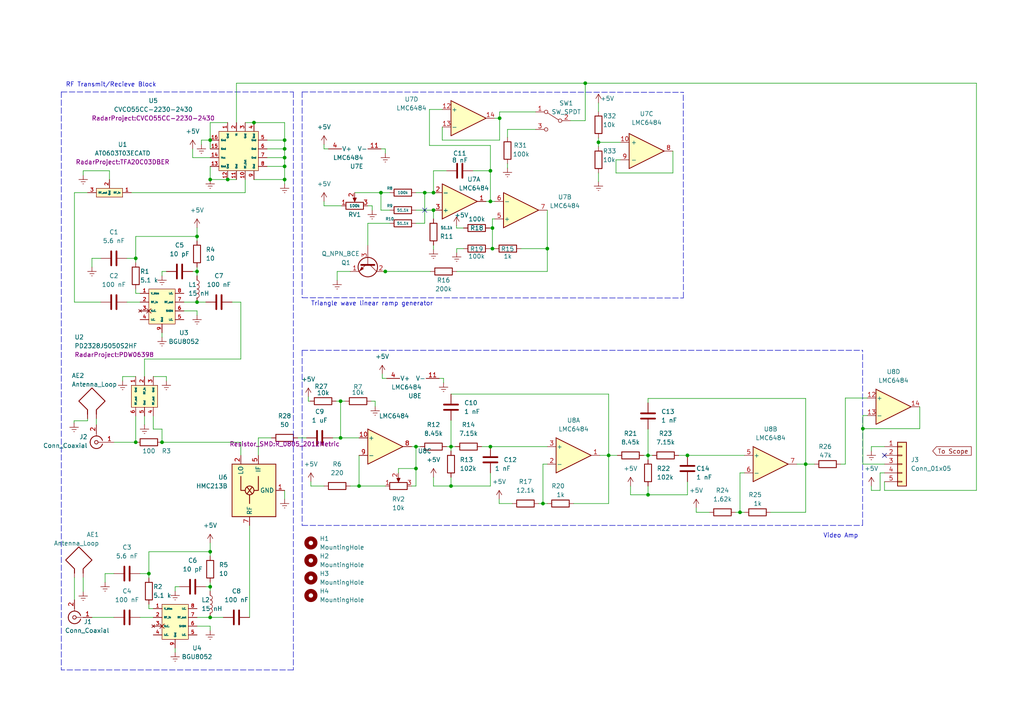
<source format=kicad_sch>
(kicad_sch (version 20211123) (generator eeschema)
  (paper "A4")
  (lib_symbols
    (symbol "Amplifier_Operational:LMC6484" (pin_names (offset 0.127))
      (property "Reference" "U" (at 0 5.08 0))
      (property "Value" "LMC6484" (at 0 -5.08 0))
      (symbol "LMC6484_1_1"
        (pin output line (at 7.62 0 180) (length 2.54) (name "~") (number "1"))
        (pin input line (at -7.62 -2.54 0) (length 2.54) (name "-") (number "2"))
        (pin input line (at -7.62 2.54 0) (length 2.54) (name "+") (number "3"))
      )
      (symbol "LMC6484_2_1"
        (pin input line (at -7.62 2.54 0) (length 2.54) (name "+") (number "5"))
        (pin input line (at -7.62 -2.54 0) (length 2.54) (name "-") (number "6"))
        (pin output line (at 7.62 0 180) (length 2.54) (name "~") (number "7"))
      )
      (symbol "LMC6484_3_1"
        (pin input line (at -7.62 2.54 0) (length 2.54) (name "+") (number "10"))
        (pin output line (at 7.62 0 180) (length 2.54) (name "~") (number "8"))
        (pin input line (at -7.62 -2.54 0) (length 2.54) (name "-") (number "9"))
      )
      (symbol "LMC6484_4_1"
        (pin input line (at -7.62 2.54 0) (length 2.54) (name "+") (number "12"))
        (pin input line (at -7.62 -2.54 0) (length 2.54) (name "-") (number "13"))
        (pin output line (at 7.62 0 180) (length 2.54) (name "~") (number "14"))
      )
      (symbol "LMC6484_5_1"
        (pin power_in line (at -2.54 -7.62 90) (length 3.81) (name "V-") (number "11"))
        (pin power_in line (at -2.54 7.62 270) (length 3.81) (name "V+") (number "4"))
      )
    )
    (symbol "Connector:Conn_Coaxial" (pin_names (offset 1.016) hide)
      (property "Reference" "J" (at 0.254 3.048 0))
      (property "Value" "Conn_Coaxial" (at 2.921 0 90))
      (symbol "Conn_Coaxial_1_1"
        (pin passive line (at -5.08 0 0) (length 2.54) (name "In") (number "1"))
        (pin passive line (at 0 -5.08 90) (length 2.54) (name "Ext") (number "2"))
      )
    )
    (symbol "Connector_Generic:Conn_01x05" (pin_names (offset 1.016) hide)
      (property "Reference" "J" (at 0 7.62 0))
      (property "Value" "Conn_01x05" (at 0 -7.62 0))
      (symbol "Conn_01x05_1_1"
        (pin passive line (at -5.08 5.08 0) (length 3.81) (name "Pin_1") (number "1"))
        (pin passive line (at -5.08 2.54 0) (length 3.81) (name "Pin_2") (number "2"))
        (pin passive line (at -5.08 0 0) (length 3.81) (name "Pin_3") (number "3"))
        (pin passive line (at -5.08 -2.54 0) (length 3.81) (name "Pin_4") (number "4"))
        (pin passive line (at -5.08 -5.08 0) (length 3.81) (name "Pin_5") (number "5"))
      )
    )
    (symbol "Device:Antenna_Loop" (pin_numbers hide) (pin_names (offset 1.016) hide)
      (property "Reference" "AE" (at 1.27 6.35 0))
      (property "Value" "Antenna_Loop" (at 1.27 5.08 0))
      (symbol "Antenna_Loop_1_1"
        (pin input line (at 0 -5.08 90) (length 2.54) (name "~") (number "1"))
        (pin input line (at 2.54 -5.08 90) (length 2.54) (name "~") (number "2"))
      )
    )
    (symbol "Device:C" (pin_numbers hide) (pin_names (offset 0.254))
      (property "Reference" "C" (at 0.635 2.54 0))
      (property "Value" "C" (at 0.635 -2.54 0))
      (symbol "C_1_1"
        (pin passive line (at 0 3.81 270) (length 2.794) (name "~") (number "1"))
        (pin passive line (at 0 -3.81 90) (length 2.794) (name "~") (number "2"))
      )
    )
    (symbol "Device:L" (pin_numbers hide) (pin_names (offset 1.016) hide)
      (property "Reference" "L" (at -1.27 0 90))
      (property "Value" "L" (at 1.905 0 90))
      (symbol "L_1_1"
        (pin passive line (at 0 3.81 270) (length 1.27) (name "1") (number "1"))
        (pin passive line (at 0 -3.81 90) (length 1.27) (name "2") (number "2"))
      )
    )
    (symbol "Device:Opamp_Quad"
      (property "Reference" "U" (at 0 5.08 0))
      (property "Value" "Opamp_Quad" (at 0 -5.08 0))
      (symbol "Opamp_Quad_1_1"
        (pin output line (at 7.62 0 180) (length 2.54) (name "~") (number "1"))
        (pin input line (at -7.62 -2.54 0) (length 2.54) (name "-") (number "2"))
        (pin input line (at -7.62 2.54 0) (length 2.54) (name "+") (number "3"))
      )
      (symbol "Opamp_Quad_2_1"
        (pin input line (at -7.62 2.54 0) (length 2.54) (name "+") (number "5"))
        (pin input line (at -7.62 -2.54 0) (length 2.54) (name "-") (number "6"))
        (pin output line (at 7.62 0 180) (length 2.54) (name "~") (number "7"))
      )
      (symbol "Opamp_Quad_3_1"
        (pin input line (at -7.62 2.54 0) (length 2.54) (name "+") (number "10"))
        (pin output line (at 7.62 0 180) (length 2.54) (name "~") (number "8"))
        (pin input line (at -7.62 -2.54 0) (length 2.54) (name "-") (number "9"))
      )
      (symbol "Opamp_Quad_4_1"
        (pin input line (at -7.62 2.54 0) (length 2.54) (name "+") (number "12"))
        (pin input line (at -7.62 -2.54 0) (length 2.54) (name "-") (number "13"))
        (pin output line (at 7.62 0 180) (length 2.54) (name "~") (number "14"))
      )
      (symbol "Opamp_Quad_5_1"
        (pin power_in line (at -2.54 -7.62 90) (length 3.81) (name "V-") (number "11"))
        (pin power_in line (at -2.54 7.62 270) (length 3.81) (name "V+") (number "4"))
      )
    )
    (symbol "Device:Q_NPN_BCE" (pin_names (offset 0) hide)
      (property "Reference" "Q1" (at 0 -6.35 90))
      (property "Value" "Q_NPN_BCE" (at 0 -8.89 90))
      (symbol "Q_NPN_BCE_1_1"
        (pin passive line (at 2.54 -5.08 90) (length 2.54) (name "E") (number "1"))
        (pin passive line (at 2.54 5.08 270) (length 2.54) (name "C") (number "2"))
        (pin input line (at -5.08 0 0) (length 5.715) (name "B") (number "3"))
      )
    )
    (symbol "Device:R" (pin_numbers hide) (pin_names (offset 0))
      (property "Reference" "R" (at 2.032 0 90))
      (property "Value" "R" (at 0 0 90))
      (symbol "R_1_1"
        (pin passive line (at 0 3.81 270) (length 1.27) (name "~") (number "1"))
        (pin passive line (at 0 -3.81 90) (length 1.27) (name "~") (number "2"))
      )
    )
    (symbol "Device:R_Potentiometer" (pin_names (offset 1.016) hide)
      (property "Reference" "RV" (at -4.445 0 90))
      (property "Value" "R_Potentiometer" (at -2.54 0 90))
      (symbol "R_Potentiometer_1_1"
        (pin passive line (at 0 3.81 270) (length 1.27) (name "1") (number "1"))
        (pin passive line (at 3.81 0 180) (length 1.27) (name "2") (number "2"))
        (pin passive line (at 0 -3.81 90) (length 1.27) (name "3") (number "3"))
      )
    )
    (symbol "Mechanical:MountingHole" (pin_names (offset 1.016))
      (property "Reference" "H" (at 0 5.08 0))
      (property "Value" "MountingHole" (at 0 3.175 0))
    )
    (symbol "RF_Mixer:HMC213B"
      (property "Reference" "U" (at -6.35 8.89 0))
      (property "Value" "HMC213B" (at 5.08 8.89 0))
      (symbol "HMC213B_1_1"
        (pin power_in line (at 0 -7.62 90) (length 2.54) (name "GND") (number "1"))
        (pin passive line (at -10.16 5.08 0) (length 2.54) (name "LO") (number "2"))
        (pin passive line (at 0 -7.62 90) (length 2.54) hide (name "GND") (number "3"))
        (pin no_connect line (at 5.08 -5.08 90) (length 2.54) hide (name "NC") (number "4"))
        (pin passive line (at -10.16 0 0) (length 2.54) (name "IF") (number "5"))
        (pin passive line (at 0 -7.62 90) (length 2.54) hide (name "GND") (number "6"))
        (pin passive line (at 10.16 2.54 180) (length 2.54) (name "RF") (number "7"))
        (pin passive line (at 0 -7.62 90) (length 2.54) hide (name "GND") (number "8"))
      )
    )
    (symbol "RadarProject:AT0603T03ECATD"
      (property "Reference" "U" (at 0 5.08 0))
      (property "Value" "AT0603T03ECATD" (at 0 7.62 0))
      (property "Footprint" "RadarProject:TFA20C03DBER" (at 0 10.16 0))
      (symbol "AT0603T03ECATD_1_1"
        (pin input line (at -2.54 -1.27 0) (length 2.54) (name "RF_in") (number "1"))
        (pin power_in line (at 3.81 -5.08 90) (length 2.54) (name "Gnd") (number "2"))
        (pin output line (at 10.16 -1.27 180) (length 2.54) (name "RF_out") (number "3"))
      )
    )
    (symbol "RadarProject:BGU8052"
      (property "Reference" "U" (at 0 5.08 0))
      (property "Value" "BGU8052" (at 0 7.62 0))
      (symbol "BGU8052_1_1"
        (pin input line (at -2.54 -1.27 0) (length 2.54) (name "V_bias") (number "1"))
        (pin input line (at -2.54 -3.81 0) (length 2.54) (name "RF_in") (number "2"))
        (pin no_connect non_logic (at -2.54 -6.35 0) (length 2.54) (name "N.C.") (number "3"))
        (pin free line (at -2.54 -8.89 0) (length 2.54) (name "I.C.") (number "4"))
        (pin free line (at 10.16 -8.89 180) (length 2.54) (name "I.C.") (number "5"))
        (pin input line (at 10.16 -6.35 180) (length 2.54) (name "SHDN") (number "6"))
        (pin output line (at 10.16 -3.81 180) (length 2.54) (name "RF_out") (number "7"))
        (pin free line (at 10.16 -1.27 180) (length 2.54) (name "I.C.") (number "8"))
        (pin power_in line (at 3.81 -12.7 90) (length 2.54) (name "Gnd") (number "9"))
      )
    )
    (symbol "RadarProject:CVCO55CC-2230-2430"
      (property "Reference" "U" (at 0 11.43 0))
      (property "Value" "CVCO55CC-2230-2430" (at 0 13.97 0))
      (property "Footprint" "RadarProject:CVCO55CC-2230-2430" (at 0 16.51 0))
      (symbol "CVCO55CC-2230-2430_1_1"
        (pin power_in line (at 2.54 2.54 270) (length 2.54) (name "Gnd") (number "1"))
        (pin output line (at 7.62 -13.97 90) (length 2.54) (name "RF_Out") (number "10"))
        (pin power_in line (at 5.08 -13.97 90) (length 2.54) (name "Gnd") (number "11"))
        (pin power_in line (at 2.54 -13.97 90) (length 2.54) (name "Gnd") (number "12"))
        (pin power_in line (at -2.54 -10.16 0) (length 2.54) (name "Gnd") (number "13"))
        (pin power_in line (at -2.54 -7.62 0) (length 2.54) (name "Vcc") (number "14"))
        (pin power_in line (at -2.54 -5.08 0) (length 2.54) (name "Gnd") (number "15"))
        (pin power_in line (at -2.54 -2.54 0) (length 2.54) (name "Gnd") (number "16"))
        (pin input line (at 5.08 2.54 270) (length 2.54) (name "Vt") (number "2"))
        (pin power_in line (at 7.62 2.54 270) (length 2.54) (name "Gnd") (number "3"))
        (pin power_in line (at 10.16 2.54 270) (length 2.54) (name "Gnd") (number "4"))
        (pin power_in line (at 13.97 -2.54 180) (length 2.54) (name "Gnd") (number "5"))
        (pin power_in line (at 13.97 -5.08 180) (length 2.54) (name "Gnd") (number "6"))
        (pin power_in line (at 13.97 -7.62 180) (length 2.54) (name "Gnd") (number "7"))
        (pin power_in line (at 13.97 -10.16 180) (length 2.54) (name "") (number "8"))
        (pin power_in line (at 10.16 -13.97 90) (length 2.54) (name "Gnd") (number "9"))
      )
    )
    (symbol "RadarProject:PD2328J5050S2HF"
      (property "Reference" "U" (at 0 16.51 0))
      (property "Value" "PD2328J5050S2HF" (at 0 19.05 0))
      (property "Footprint" "RadarProject:PDW06398" (at 0 21.59 0))
      (symbol "PD2328J5050S2HF_1_1"
        (pin power_in line (at 1.27 2.54 270) (length 2.54) (name "Gnd") (number "1"))
        (pin input line (at 3.81 2.54 270) (length 2.54) (name "RF_in") (number "2"))
        (pin power_in line (at 6.35 2.54 270) (length 2.54) (name "Gnd") (number "3"))
        (pin output line (at 6.35 -8.89 90) (length 2.54) (name "RF_out") (number "4"))
        (pin power_in line (at 3.81 -8.89 90) (length 2.54) (name "Gnd") (number "5"))
        (pin output line (at 1.27 -8.89 90) (length 2.54) (name "RF_out") (number "6"))
      )
    )
    (symbol "Switch:SW_SPDT" (pin_names (offset 0) hide)
      (property "Reference" "SW" (at 0 4.318 0))
      (property "Value" "SW_SPDT" (at 0 -5.08 0))
      (symbol "SW_SPDT_1_1"
        (pin passive line (at 5.08 2.54 180) (length 2.54) (name "A") (number "1"))
        (pin passive line (at -5.08 0 0) (length 2.54) (name "B") (number "2"))
        (pin passive line (at 5.08 -2.54 180) (length 2.54) (name "C") (number "3"))
      )
    )
    (symbol "power:+5V" (power) (pin_names (offset 0))
      (property "Value" "+5V" (at 0 3.556 0))
      (symbol "+5V_1_1"
        (pin power_in line (at 0 0 90) (length 0) hide (name "+5V") (number "1"))
      )
    )
    (symbol "power:Earth" (power) (pin_names (offset 0))
      (symbol "Earth_1_1"
        (pin power_in line (at 0 0 270) (length 0) hide (name "Earth") (number "1"))
      )
    )
  )
  (junction (at 187.96 132.08))
  (junction (at 60.96 170.18))
  (junction (at 142.8242 72.1106))
  (junction (at 60.96 179.07))
  (junction (at 142.24 129.54))
  (junction (at 46.99 128.27))
  (junction (at 60.96 160.02))
  (junction (at 158.75 72.1106))
  (junction (at 176.53 132.08))
  (junction (at 233.68 134.62))
  (junction (at 169.7482 24.13))
  (junction (at 123.19 55.88))
  (junction (at 157.48 146.05))
  (junction (at 57.15 78.74))
  (junction (at 130.81 129.54))
  (junction (at 187.96 143.51))
  (junction (at 144.907 34.29))
  (junction (at 110.49 55.88))
  (junction (at 82.55 45.72))
  (junction (at 57.15 68.58))
  (junction (at 82.55 43.18))
  (junction (at 66.04 52.07))
  (junction (at 98.7812 116.3574))
  (junction (at 214.63 148.59))
  (junction (at 142.8242 66.1416))
  (junction (at 125.73 55.88))
  (junction (at 125.73 60.96))
  (junction (at 142.24 58.42))
  (junction (at 142.24 49.53))
  (junction (at 73.66 35.56))
  (junction (at 199.39 132.08))
  (junction (at 120.65 135.89))
  (junction (at 111.76 78.74))
  (junction (at 57.15 87.63))
  (junction (at 130.81 140.97))
  (junction (at 173.5836 41.275))
  (junction (at 39.37 128.27))
  (junction (at 120.65 129.54))
  (junction (at 43.18 166.37))
  (junction (at 39.37 74.93))
  (junction (at 98.7812 127))
  (junction (at 82.55 52.07))
  (junction (at 250.2662 124.333))
  (junction (at 82.55 48.26))
  (junction (at 60.96 52.07))
  (junction (at 82.55 40.64))
  (junction (at 104.14 140.97))
  (junction (at 60.96 40.64))
  (no_connect (at 123.19 60.96))
  (no_connect (at 256.54 132.08))
  (wire (pts (xy 173.99 132.08) (xy 176.53 132.08)))
  (wire (pts (xy 46.99 78.74) (xy 48.26 78.74)))
  (wire (pts (xy 39.37 83.82) (xy 39.37 85.09)))
  (wire (pts (xy 129.54 49.53) (xy 125.73 49.53)))
  (wire (pts (xy 128.651 109.7534) (xy 127.381 109.7534)))
  (wire (pts (xy 46.99 80.01) (xy 46.99 78.74)))
  (wire (pts (xy 27.94 121.412) (xy 27.94 123.19)))
  (wire (pts (xy 96.52 127) (xy 98.7812 127)))
  (wire (pts (xy 169.7482 35.0012) (xy 169.7482 24.13)))
  (wire (pts (xy 111.76 140.97) (xy 104.14 140.97)))
  (wire (pts (xy 25.4 122.047) (xy 21.4884 122.047)))
  (wire (pts (xy 157.48 134.62) (xy 158.75 134.62)))
  (wire (pts (xy 130.81 129.54) (xy 132.08 129.54)))
  (wire (pts (xy 59.69 170.18) (xy 60.96 170.18)))
  (wire (pts (xy 21.4884 122.047) (xy 21.4884 122.6566)))
  (polyline (pts (xy 85.09 26.67) (xy 85.09 194.31)))
  (wire (pts (xy 57.15 68.58) (xy 39.37 68.58)))
  (wire (pts (xy 128.27 36.83) (xy 128.27 40.64)))
  (wire (pts (xy 33.02 128.27) (xy 39.37 128.27)))
  (wire (pts (xy 93.98 140.97) (xy 90.17 140.97)))
  (wire (pts (xy 144.907 32.4612) (xy 144.907 34.29)))
  (wire (pts (xy 39.37 120.65) (xy 39.37 128.27)))
  (wire (pts (xy 130.81 114.3) (xy 176.53 114.3)))
  (wire (pts (xy 97.5106 116.3574) (xy 98.7812 116.3574)))
  (wire (pts (xy 68.58 24.13) (xy 68.58 35.56)))
  (wire (pts (xy 60.96 160.02) (xy 43.18 160.02)))
  (wire (pts (xy 111.76 43.18) (xy 110.49 43.18)))
  (wire (pts (xy 24.13 49.53) (xy 31.75 49.53)))
  (wire (pts (xy 44.45 124.46) (xy 46.99 124.46)))
  (wire (pts (xy 155.3464 37.5412) (xy 147.193 37.5412)))
  (wire (pts (xy 199.39 132.08) (xy 215.9 132.08)))
  (wire (pts (xy 142.24 137.16) (xy 142.24 140.97)))
  (wire (pts (xy 82.55 35.56) (xy 82.55 40.64)))
  (wire (pts (xy 124.5616 42.1894) (xy 142.24 42.1894)))
  (wire (pts (xy 132.461 72.1106) (xy 132.461 73.2536)))
  (wire (pts (xy 173.5836 29.845) (xy 173.5836 32.385)))
  (wire (pts (xy 139.7 129.54) (xy 142.24 129.54)))
  (wire (pts (xy 60.96 45.72) (xy 55.88 45.72)))
  (wire (pts (xy 93.98 41.91) (xy 93.98 43.18)))
  (wire (pts (xy 82.55 40.64) (xy 82.55 43.18)))
  (wire (pts (xy 123.19 64.77) (xy 123.19 55.88)))
  (wire (pts (xy 132.461 78.74) (xy 158.75 78.74)))
  (wire (pts (xy 58.42 40.64) (xy 60.96 40.64)))
  (wire (pts (xy 60.96 182.88) (xy 60.96 181.61)))
  (wire (pts (xy 77.47 40.64) (xy 82.55 40.64)))
  (wire (pts (xy 67.31 87.63) (xy 69.85 87.63)))
  (wire (pts (xy 201.93 148.59) (xy 201.93 147.32)))
  (wire (pts (xy 173.5836 41.275) (xy 179.9336 41.275)))
  (wire (pts (xy 60.96 48.26) (xy 60.96 52.07)))
  (wire (pts (xy 187.96 143.51) (xy 199.39 143.51)))
  (wire (pts (xy 187.96 143.51) (xy 182.88 143.51)))
  (wire (pts (xy 82.55 45.72) (xy 82.55 48.26)))
  (wire (pts (xy 60.96 168.91) (xy 60.96 170.18)))
  (polyline (pts (xy 87.63 101.6) (xy 87.63 152.4)))
  (wire (pts (xy 57.15 90.17) (xy 53.34 90.17)))
  (wire (pts (xy 90.17 140.97) (xy 90.17 139.7)))
  (wire (pts (xy 199.39 139.7) (xy 199.39 143.51)))
  (wire (pts (xy 113.03 64.77) (xy 106.68 64.77)))
  (wire (pts (xy 213.36 148.59) (xy 214.63 148.59)))
  (wire (pts (xy 102.87 55.88) (xy 110.49 55.88)))
  (wire (pts (xy 24.13 50.8) (xy 24.13 49.53)))
  (wire (pts (xy 39.37 74.93) (xy 39.37 76.2)))
  (wire (pts (xy 36.83 87.63) (xy 40.64 87.63)))
  (wire (pts (xy 205.74 148.59) (xy 201.93 148.59)))
  (wire (pts (xy 57.15 69.85) (xy 57.15 68.58)))
  (wire (pts (xy 255.27 137.16) (xy 255.27 142.24)))
  (wire (pts (xy 110.871 109.7534) (xy 112.141 109.7534)))
  (wire (pts (xy 245.1862 115.443) (xy 251.5362 115.443)))
  (wire (pts (xy 29.21 74.93) (xy 26.67 74.93)))
  (wire (pts (xy 46.99 124.46) (xy 46.99 128.27)))
  (wire (pts (xy 233.68 134.62) (xy 236.22 134.62)))
  (wire (pts (xy 21.59 55.88) (xy 21.59 87.63)))
  (wire (pts (xy 250.2662 120.523) (xy 250.2662 124.333)))
  (wire (pts (xy 142.24 49.53) (xy 142.24 58.42)))
  (wire (pts (xy 71.12 55.88) (xy 38.1 55.88)))
  (wire (pts (xy 77.47 43.18) (xy 82.55 43.18)))
  (wire (pts (xy 113.03 60.96) (xy 110.49 60.96)))
  (wire (pts (xy 195.1736 43.815) (xy 195.1736 50.165)))
  (wire (pts (xy 72.39 152.4) (xy 72.39 179.07)))
  (wire (pts (xy 266.7762 117.983) (xy 266.7762 124.333)))
  (wire (pts (xy 132.4102 66.1416) (xy 134.4422 66.1416)))
  (wire (pts (xy 50.8 187.96) (xy 50.8 189.23)))
  (wire (pts (xy 86.36 127) (xy 88.9 127)))
  (wire (pts (xy 255.27 142.24) (xy 252.73 142.24)))
  (wire (pts (xy 60.96 35.56) (xy 60.96 40.64)))
  (wire (pts (xy 196.85 132.08) (xy 199.39 132.08)))
  (wire (pts (xy 256.54 134.62) (xy 250.2662 134.62)))
  (wire (pts (xy 140.97 58.42) (xy 142.24 58.42)))
  (wire (pts (xy 158.75 60.96) (xy 158.75 72.1106)))
  (wire (pts (xy 21.59 87.63) (xy 29.21 87.63)))
  (wire (pts (xy 108.8136 116.3574) (xy 107.6706 116.3574)))
  (wire (pts (xy 187.96 116.84) (xy 187.96 115.57)))
  (wire (pts (xy 125.73 49.53) (xy 125.73 55.88)))
  (wire (pts (xy 252.73 129.54) (xy 252.73 130.81)))
  (wire (pts (xy 43.18 166.37) (xy 43.18 167.64)))
  (wire (pts (xy 252.73 140.97) (xy 252.73 142.24)))
  (wire (pts (xy 130.81 140.97) (xy 142.24 140.97)))
  (wire (pts (xy 53.34 87.63) (xy 57.15 87.63)))
  (wire (pts (xy 108.8136 117.8814) (xy 108.8136 116.3574)))
  (wire (pts (xy 124.5616 31.75) (xy 124.5616 42.1894)))
  (polyline (pts (xy 87.63 86.36) (xy 198.2216 86.4362)))
  (wire (pts (xy 128.27 40.64) (xy 144.907 40.64)))
  (wire (pts (xy 35.56 110.49) (xy 35.56 109.22)))
  (wire (pts (xy 82.55 48.26) (xy 82.55 52.07)))
  (wire (pts (xy 111.7346 78.74) (xy 111.76 78.74)))
  (polyline (pts (xy 87.63 152.4) (xy 250.19 152.4)))
  (wire (pts (xy 58.42 41.91) (xy 58.42 40.64)))
  (wire (pts (xy 55.88 45.72) (xy 55.88 43.18)))
  (wire (pts (xy 176.53 132.08) (xy 176.53 146.05)))
  (wire (pts (xy 125.73 71.12) (xy 125.73 72.39)))
  (wire (pts (xy 250.2662 124.333) (xy 266.7762 124.333)))
  (wire (pts (xy 186.69 132.08) (xy 187.96 132.08)))
  (wire (pts (xy 143.51 63.5) (xy 142.8242 63.5)))
  (wire (pts (xy 151.1046 72.1106) (xy 158.75 72.1106)))
  (wire (pts (xy 214.63 148.59) (xy 215.9 148.59)))
  (wire (pts (xy 132.4102 65.4558) (xy 132.4102 66.1416)))
  (polyline (pts (xy 87.63 26.67) (xy 198.2724 26.7716)))
  (wire (pts (xy 93.98 58.42) (xy 93.98 59.69)))
  (wire (pts (xy 158.75 72.1106) (xy 158.75 78.74)))
  (polyline (pts (xy 17.78 26.67) (xy 85.09 26.67)))
  (wire (pts (xy 120.65 55.88) (xy 123.19 55.88)))
  (wire (pts (xy 173.5836 40.005) (xy 173.5836 41.275)))
  (wire (pts (xy 111.76 78.74) (xy 124.841 78.74)))
  (wire (pts (xy 106.68 59.69) (xy 107.95 59.69)))
  (wire (pts (xy 173.5836 41.275) (xy 173.5836 42.545)))
  (wire (pts (xy 123.19 55.88) (xy 125.73 55.88)))
  (wire (pts (xy 120.65 140.97) (xy 119.38 140.97)))
  (wire (pts (xy 155.3464 32.4612) (xy 144.907 32.4612)))
  (wire (pts (xy 69.85 132.08) (xy 69.85 128.27)))
  (wire (pts (xy 66.04 52.07) (xy 68.58 52.07)))
  (wire (pts (xy 60.96 170.18) (xy 60.96 171.45)))
  (wire (pts (xy 137.16 49.53) (xy 142.24 49.53)))
  (wire (pts (xy 134.4422 72.1106) (xy 132.461 72.1106)))
  (wire (pts (xy 144.907 34.29) (xy 143.51 34.29)))
  (wire (pts (xy 233.68 115.57) (xy 233.68 134.62)))
  (wire (pts (xy 176.53 132.08) (xy 179.07 132.08)))
  (wire (pts (xy 147.193 47.4726) (xy 147.193 48.7426)))
  (wire (pts (xy 24.13 167.513) (xy 24.13 171.6024)))
  (wire (pts (xy 26.67 74.93) (xy 26.67 77.47)))
  (wire (pts (xy 101.6 78.74) (xy 97.79 78.74)))
  (wire (pts (xy 130.81 121.92) (xy 130.81 129.54)))
  (wire (pts (xy 57.15 179.07) (xy 60.96 179.07)))
  (wire (pts (xy 169.7482 24.13) (xy 283.21 24.13)))
  (wire (pts (xy 60.96 52.07) (xy 66.04 52.07)))
  (wire (pts (xy 187.96 140.97) (xy 187.96 143.51)))
  (wire (pts (xy 43.18 175.26) (xy 43.18 176.53)))
  (wire (pts (xy 33.02 166.37) (xy 30.48 166.37)))
  (wire (pts (xy 82.55 43.18) (xy 82.55 45.72)))
  (polyline (pts (xy 87.63 101.6) (xy 250.19 101.6)))
  (wire (pts (xy 223.52 148.59) (xy 233.68 148.59)))
  (wire (pts (xy 130.81 138.43) (xy 130.81 140.97)))
  (wire (pts (xy 50.8 170.18) (xy 52.07 170.18)))
  (wire (pts (xy 142.0622 72.1106) (xy 142.8242 72.1106)))
  (wire (pts (xy 256.54 139.7) (xy 256.54 142.24)))
  (wire (pts (xy 147.193 37.5412) (xy 147.193 39.8526)))
  (wire (pts (xy 57.15 91.44) (xy 57.15 90.17)))
  (wire (pts (xy 43.18 160.02) (xy 43.18 166.37)))
  (polyline (pts (xy 87.63 26.67) (xy 87.63 86.36)))
  (wire (pts (xy 214.63 137.16) (xy 214.63 148.59)))
  (wire (pts (xy 111.76 43.18) (xy 111.76 44.45)))
  (wire (pts (xy 50.8 171.45) (xy 50.8 170.18)))
  (polyline (pts (xy 198.2216 86.36) (xy 198.1708 26.7716)))
  (wire (pts (xy 182.88 140.97) (xy 182.88 143.51)))
  (wire (pts (xy 187.96 115.57) (xy 233.68 115.57)))
  (wire (pts (xy 179.9336 46.355) (xy 178.6636 46.355)))
  (wire (pts (xy 110.871 108.4834) (xy 110.871 109.7534)))
  (wire (pts (xy 233.68 134.62) (xy 233.68 148.59)))
  (wire (pts (xy 44.45 176.53) (xy 43.18 176.53)))
  (wire (pts (xy 74.93 127) (xy 78.74 127)))
  (wire (pts (xy 35.56 109.22) (xy 39.37 109.22)))
  (wire (pts (xy 40.64 179.07) (xy 44.45 179.07)))
  (polyline (pts (xy 85.09 194.31) (xy 17.78 194.31)))
  (wire (pts (xy 71.12 35.56) (xy 73.66 35.56)))
  (wire (pts (xy 142.24 129.54) (xy 158.75 129.54)))
  (wire (pts (xy 69.85 104.14) (xy 41.91 104.14)))
  (wire (pts (xy 60.96 40.64) (xy 60.96 43.18)))
  (wire (pts (xy 243.84 134.62) (xy 245.1862 134.62)))
  (wire (pts (xy 251.5362 120.523) (xy 250.2662 120.523)))
  (wire (pts (xy 21.59 167.513) (xy 21.59 173.99)))
  (wire (pts (xy 157.48 146.05) (xy 158.75 146.05)))
  (wire (pts (xy 104.14 140.97) (xy 104.14 132.08)))
  (wire (pts (xy 142.24 58.42) (xy 143.51 58.42)))
  (wire (pts (xy 256.54 142.24) (xy 283.21 142.24)))
  (wire (pts (xy 74.93 132.08) (xy 74.93 127)))
  (wire (pts (xy 66.04 35.56) (xy 60.96 35.56)))
  (wire (pts (xy 120.65 135.89) (xy 120.65 140.97)))
  (wire (pts (xy 46.99 96.52) (xy 46.99 97.79)))
  (wire (pts (xy 71.12 52.07) (xy 71.12 55.88)))
  (wire (pts (xy 25.4 55.88) (xy 21.59 55.88)))
  (wire (pts (xy 97.79 78.74) (xy 97.79 81.28)))
  (wire (pts (xy 69.85 128.27) (xy 46.99 128.27)))
  (wire (pts (xy 98.7812 127) (xy 104.14 127)))
  (wire (pts (xy 93.98 59.69) (xy 99.06 59.69)))
  (wire (pts (xy 178.6636 50.165) (xy 195.1736 50.165)))
  (wire (pts (xy 125.73 60.96) (xy 125.73 63.5)))
  (wire (pts (xy 119.38 129.54) (xy 120.65 129.54)))
  (wire (pts (xy 48.26 109.22) (xy 48.26 110.49)))
  (wire (pts (xy 60.96 179.07) (xy 64.77 179.07)))
  (wire (pts (xy 44.45 109.22) (xy 48.26 109.22)))
  (wire (pts (xy 130.81 140.97) (xy 125.73 140.97)))
  (wire (pts (xy 89.4334 116.3574) (xy 89.4334 115.0874)))
  (wire (pts (xy 144.907 34.29) (xy 144.907 40.64)))
  (wire (pts (xy 256.54 129.54) (xy 252.73 129.54)))
  (wire (pts (xy 82.55 48.26) (xy 77.47 48.26)))
  (wire (pts (xy 25.4 121.412) (xy 25.4 122.047)))
  (wire (pts (xy 93.98 43.18) (xy 95.25 43.18)))
  (wire (pts (xy 41.91 120.65) (xy 41.91 123.19)))
  (wire (pts (xy 73.66 35.56) (xy 82.55 35.56)))
  (wire (pts (xy 120.65 60.96) (xy 125.73 60.96)))
  (wire (pts (xy 130.81 129.54) (xy 130.81 130.81)))
  (polyline (pts (xy 250.19 152.4) (xy 250.19 101.6)))
  (wire (pts (xy 82.55 52.07) (xy 82.55 53.34)))
  (wire (pts (xy 250.2662 134.62) (xy 250.2662 124.333)))
  (wire (pts (xy 214.63 137.16) (xy 215.9 137.16)))
  (wire (pts (xy 31.75 49.53) (xy 31.75 52.07)))
  (wire (pts (xy 148.59 146.05) (xy 144.78 146.05)))
  (wire (pts (xy 173.5836 50.165) (xy 173.5836 52.705)))
  (wire (pts (xy 157.48 134.62) (xy 157.48 146.05)))
  (wire (pts (xy 89.8906 116.3574) (xy 89.4334 116.3574)))
  (wire (pts (xy 125.73 138.43) (xy 125.73 140.97)))
  (wire (pts (xy 142.24 42.1894) (xy 142.24 49.53)))
  (wire (pts (xy 142.0622 66.1416) (xy 142.8242 66.1416)))
  (wire (pts (xy 110.49 60.96) (xy 110.49 55.88)))
  (wire (pts (xy 77.47 45.72) (xy 82.55 45.72)))
  (wire (pts (xy 187.96 132.08) (xy 189.23 132.08)))
  (wire (pts (xy 57.15 78.74) (xy 57.15 80.01)))
  (wire (pts (xy 165.5064 35.0012) (xy 169.7482 35.0012)))
  (wire (pts (xy 142.8242 63.5) (xy 142.8242 66.1416)))
  (wire (pts (xy 98.7812 116.3574) (xy 100.0506 116.3574)))
  (wire (pts (xy 283.21 142.24) (xy 283.21 24.13)))
  (wire (pts (xy 60.96 161.29) (xy 60.96 160.02)))
  (wire (pts (xy 101.6 140.97) (xy 104.14 140.97)))
  (wire (pts (xy 110.49 55.88) (xy 113.03 55.88)))
  (wire (pts (xy 73.66 52.07) (xy 82.55 52.07)))
  (wire (pts (xy 245.1862 115.443) (xy 245.1862 134.62)))
  (polyline (pts (xy 17.78 26.67) (xy 17.78 194.31)))
  (wire (pts (xy 44.45 120.65) (xy 44.45 124.46)))
  (wire (pts (xy 40.64 85.09) (xy 39.37 85.09)))
  (wire (pts (xy 82.55 142.24) (xy 82.55 144.78)))
  (wire (pts (xy 231.14 134.62) (xy 233.68 134.62)))
  (wire (pts (xy 26.67 179.07) (xy 33.02 179.07)))
  (wire (pts (xy 55.88 78.74) (xy 57.15 78.74)))
  (wire (pts (xy 129.54 129.54) (xy 130.81 129.54)))
  (wire (pts (xy 156.21 146.05) (xy 157.48 146.05)))
  (wire (pts (xy 69.85 87.63) (xy 69.85 104.14)))
  (wire (pts (xy 128.651 111.0234) (xy 128.651 109.7534)))
  (wire (pts (xy 41.91 104.14) (xy 41.91 109.22)))
  (wire (pts (xy 178.6636 46.355) (xy 178.6636 50.165)))
  (wire (pts (xy 30.48 166.37) (xy 30.48 168.91)))
  (wire (pts (xy 144.78 146.05) (xy 144.78 144.78)))
  (wire (pts (xy 176.53 114.3) (xy 176.53 132.08)))
  (wire (pts (xy 115.57 135.89) (xy 120.65 135.89)))
  (wire (pts (xy 43.18 166.37) (xy 40.64 166.37)))
  (wire (pts (xy 115.57 137.16) (xy 115.57 135.89)))
  (wire (pts (xy 128.27 31.75) (xy 124.5616 31.75)))
  (wire (pts (xy 68.58 24.13) (xy 169.7482 24.13)))
  (wire (pts (xy 187.96 124.46) (xy 187.96 132.08)))
  (wire (pts (xy 142.8242 66.1416) (xy 142.8242 72.1106)))
  (wire (pts (xy 187.96 132.08) (xy 187.96 133.35)))
  (wire (pts (xy 39.37 74.93) (xy 36.83 74.93)))
  (wire (pts (xy 142.8242 72.1106) (xy 143.4846 72.1106)))
  (wire (pts (xy 98.7812 116.3574) (xy 98.7812 127)))
  (wire (pts (xy 60.96 157.48) (xy 60.96 160.02)))
  (wire (pts (xy 166.37 146.05) (xy 176.53 146.05)))
  (wire (pts (xy 120.65 64.77) (xy 123.19 64.77)))
  (wire (pts (xy 120.65 129.54) (xy 120.65 135.89)))
  (wire (pts (xy 57.15 77.47) (xy 57.15 78.74)))
  (wire (pts (xy 106.68 64.77) (xy 106.68 71.12)))
  (wire (pts (xy 120.65 129.54) (xy 121.92 129.54)))
  (wire (pts (xy 107.95 59.69) (xy 107.95 60.96)))
  (wire (pts (xy 57.15 87.63) (xy 59.69 87.63)))
  (wire (pts (xy 256.54 137.16) (xy 255.27 137.16)))
  (wire (pts (xy 39.37 68.58) (xy 39.37 74.93)))
  (wire (pts (xy 60.96 181.61) (xy 57.15 181.61)))
  (wire (pts (xy 57.15 66.04) (xy 57.15 68.58)))
  (text "RF Transmit/Recieve Block" (at 19.05 25.4 0) (effects (font (size 1.27 1.27)) (justify left bottom)))
  (text "Triangle wave linear ramp generator" (at 90.17 88.9 0) (effects (font (size 1.27 1.27)) (justify left bottom)))
  (text "Video Amp" (at 238.76 156.21 0) (effects (font (size 1.27 1.27)) (justify left bottom)))
  (global_label "To Scope" (shape input) (at 270.51 130.81 0) (property "Intersheet References" "${INTERSHEET_REFS}" (effects hide)))
  (symbol (lib_id "power:Earth") (at 30.48 168.91 0) (unit 1)
    (property "Reference" "#PWR03" (effects hide))
    (property "Value" "Earth" (effects hide))
  )
  (symbol (lib_id "power:Earth") (at 24.13 171.6024 0) (mirror y) (unit 1)
    (property "Reference" "#PWR041" (effects hide))
    (property "Value" "Earth" (effects hide))
  )
  (symbol (lib_id "power:Earth") (at 107.95 60.96 0) (unit 1)
    (property "Reference" "#PWR021" (effects hide))
    (property "Value" "Earth" (effects hide))
  )
  (symbol (lib_id "Device:R") (at 147.193 43.6626 0) (unit 1)
    (property "Reference" "R31" (at 150.9268 42.164 0))
    (property "Value" "100k" (at 151.1554 44.7294 0))
    (property "Footprint" "Resistor_SMD:R_0805_2012Metric" (effects hide))
  )
  (symbol (lib_id "power:Earth") (at 108.8136 117.8814 0) (unit 1)
    (property "Reference" "#PWR034" (effects hide))
    (property "Value" "Earth" (effects hide))
  )
  (symbol (lib_id "Switch:SW_SPDT") (at 160.4264 35.0012 0) (mirror y) (unit 1)
    (property "Reference" "SW1" (at 164.2364 29.9212 0))
    (property "Value" "SW_SPDT" (at 164.2364 32.4612 0))
    (property "Footprint" "Button_Switch_THT:SW_Slide_1P2T_CK_OS102011MS2Q" (effects hide))
  )
  (symbol (lib_id "Device:C") (at 33.02 74.93 90) (unit 1)
    (property "Reference" "C1" (at 33.02 67.31 90))
    (property "Value" "5.6 nF" (at 33.02 69.85 90))
    (property "Footprint" "Capacitor_SMD:C_0805_2012Metric" (effects hide))
  )
  (symbol (lib_id "power:+5V") (at 132.4102 65.4558 0) (mirror y) (unit 1)
    (property "Reference" "#PWR026" (effects hide))
    (property "Value" "+5V" (at 133.858 62.4078 0))
  )
  (symbol (lib_id "Device:R_Potentiometer") (at 115.57 140.97 90) (unit 1)
    (property "Reference" "RV2" (at 115.57 144.78 90))
    (property "Value" "10k" (at 115.57 147.32 90))
    (property "Footprint" "Potentiometer_THT:Potentiometer_Bourns_3296W_Vertical" (effects hide))
  )
  (symbol (lib_id "power:+5V") (at 201.93 147.32 0) (unit 1)
    (property "Reference" "#PWR030" (effects hide))
    (property "Value" "+5V" (at 201.93 142.24 0))
  )
  (symbol (lib_id "Device:R") (at 116.84 60.96 90) (unit 1)
    (property "Reference" "R9" (at 113.03 59.69 90) (effects (font (size 0.8 0.8))))
    (property "Value" "51.1k" (at 116.84 60.96 90) (effects (font (size 0.8 0.8))))
    (property "Footprint" "Resistor_SMD:R_0805_2012Metric" (effects hide))
  )
  (symbol (lib_id "Amplifier_Operational:LMC6484") (at 133.35 58.42 0) (mirror x) (unit 1)
    (property "Reference" "U7" (at 137.4648 52.0192 0))
    (property "Value" "LMC6484" (at 137.4648 54.5592 0))
    (property "Footprint" "Package_SO:SOIC-14_3.9x8.7mm_P1.27mm" (effects hide))
    (property "Datasheet" "http://www.ti.com/lit/ds/symlink/lmc6484.pdf" (effects hide))
  )
  (symbol (lib_id "power:+5V") (at 93.98 58.42 0) (unit 1)
    (property "Reference" "#PWR017" (effects hide))
    (property "Value" "+5V" (at 93.98 53.34 0))
  )
  (symbol (lib_id "power:+5V") (at 173.5836 29.845 0) (unit 1)
    (property "Reference" "#PWR038" (effects hide))
    (property "Value" "+5V" (at 176.1236 28.575 0))
  )
  (symbol (lib_id "power:Earth") (at 60.96 182.88 0) (unit 1)
    (property "Reference" "#PWR013" (effects hide))
    (property "Value" "Earth" (effects hide))
  )
  (symbol (lib_id "Amplifier_Operational:LMC6484") (at 259.1562 117.983 0) (unit 4)
    (property "Reference" "U8" (at 259.1562 107.823 0))
    (property "Value" "LMC6484" (at 259.1562 110.363 0))
    (property "Datasheet" "http://www.ti.com/lit/ds/symlink/lmc6484.pdf" (effects hide))
  )
  (symbol (lib_id "Device:C") (at 133.35 49.53 90) (unit 1)
    (property "Reference" "C11" (at 133.35 44.4754 90))
    (property "Value" "8 nF" (at 133.4008 46.482 90))
    (property "Footprint" "Capacitor_SMD:C_0805_2012Metric" (effects hide))
  )
  (symbol (lib_id "power:+5V") (at 125.73 138.43 0) (unit 1)
    (property "Reference" "#PWR024" (effects hide))
    (property "Value" "+5V" (at 125.73 133.35 0))
  )
  (symbol (lib_id "power:Earth") (at 60.96 52.07 0) (unit 1)
    (property "Reference" "#PWR0103" (effects hide))
    (property "Value" "Earth" (effects hide))
  )
  (symbol (lib_id "Device:R") (at 240.03 134.62 90) (unit 1)
    (property "Reference" "R26" (at 241.3 129.54 90) (effects (justify left)))
    (property "Value" "47k" (at 241.3 132.08 90) (effects (justify left)))
    (property "Footprint" "Resistor_SMD:R_0805_2012Metric" (effects hide))
  )
  (symbol (lib_id "power:+5V") (at 57.15 66.04 0) (unit 1)
    (property "Reference" "#PWR010" (effects hide))
    (property "Value" "+5V" (at 57.15 60.96 0))
  )
  (symbol (lib_id "Device:L") (at 57.15 83.82 0) (unit 1)
    (property "Reference" "L1" (at 54.61 82.55 0) (effects (justify left)))
    (property "Value" "15 nH" (at 54.61 85.09 0) (effects (justify left)))
    (property "Footprint" "Inductor_SMD:L_0805_2012Metric" (effects hide))
  )
  (symbol (lib_id "Device:C") (at 199.39 135.89 0) (unit 1)
    (property "Reference" "C14" (at 201.93 135.89 0) (effects (justify left)))
    (property "Value" "1 nF" (at 201.93 138.43 0) (effects (justify left)))
    (property "Footprint" "Capacitor_SMD:C_0805_2012Metric" (effects hide))
  )
  (symbol (lib_id "Device:R") (at 187.96 137.16 0) (unit 1)
    (property "Reference" "R22" (at 190.5 135.8899 0) (effects (justify left)))
    (property "Value" "102k" (at 190.5 138.4299 0) (effects (justify left)))
    (property "Footprint" "Resistor_SMD:R_0805_2012Metric" (effects hide))
  )
  (symbol (lib_id "power:+5V") (at 55.88 43.18 0) (unit 1)
    (property "Reference" "#PWR09" (effects hide))
    (property "Value" "+5V" (at 55.88 38.1 0))
  )
  (symbol (lib_id "Device:R") (at 57.15 73.66 0) (unit 1)
    (property "Reference" "R4" (at 59.69 72.3899 0) (effects (justify left)))
    (property "Value" "10" (at 59.69 74.9299 0) (effects (justify left)))
    (property "Footprint" "Resistor_SMD:R_0805_2012Metric" (effects hide))
  )
  (symbol (lib_id "Device:Q_NPN_BCE") (at 106.68 76.2 270) (unit 1)
    (property "Reference" "Q1" (at 100.33 76.2 90))
    (property "Value" "Q_NPN_BCE" (at 98.806 73.5838 90))
    (property "Footprint" "Package_TO_SOT_THT:TO-92L_Inline" (effects hide))
  )
  (symbol (lib_id "power:Earth") (at 24.13 50.8 0) (unit 1)
    (property "Reference" "#PWR01" (effects hide))
    (property "Value" "Earth" (effects hide))
  )
  (symbol (lib_id "power:+5V") (at 90.17 139.7 0) (unit 1)
    (property "Reference" "#PWR016" (effects hide))
    (property "Value" "+5V" (at 90.17 134.62 0))
  )
  (symbol (lib_id "Device:R") (at 116.84 55.88 90) (unit 1)
    (property "Reference" "R8" (at 113.03 54.61 90) (effects (font (size 0.8 0.8))))
    (property "Value" "100k" (at 116.84 55.88 90) (effects (font (size 0.8 0.8))))
    (property "Footprint" "Resistor_SMD:R_0805_2012Metric" (effects hide))
  )
  (symbol (lib_id "Device:L") (at 60.96 175.26 0) (unit 1)
    (property "Reference" "L2" (at 58.42 173.99 0) (effects (justify left)))
    (property "Value" "15 nH" (at 58.42 176.53 0) (effects (justify left)))
    (property "Footprint" "Inductor_SMD:L_0805_2012Metric" (effects hide))
  )
  (symbol (lib_id "Device:C") (at 130.81 118.11 0) (unit 1)
    (property "Reference" "C10" (at 134.62 116.8399 0) (effects (justify left)))
    (property "Value" "1 nF" (at 134.62 119.3799 0) (effects (justify left)))
    (property "Footprint" "Capacitor_SMD:C_0805_2012Metric" (effects hide))
  )
  (symbol (lib_id "Device:R") (at 173.5836 36.195 0) (unit 1)
    (property "Reference" "R32" (at 174.8536 33.655 0) (effects (justify left)))
    (property "Value" "10k" (at 174.8536 36.195 0) (effects (justify left)))
    (property "Footprint" "Resistor_SMD:R_0805_2012Metric" (effects hide))
  )
  (symbol (lib_id "power:Earth") (at 21.4884 122.6566 0) (unit 1)
    (property "Reference" "#PWR040" (effects hide))
    (property "Value" "Earth" (effects hide))
  )
  (symbol (lib_id "Device:C") (at 33.02 87.63 90) (unit 1)
    (property "Reference" "C2" (at 33.02 80.01 90))
    (property "Value" "100 nF" (at 33.02 82.55 90))
    (property "Footprint" "Capacitor_SMD:C_0805_2012Metric" (effects hide))
  )
  (symbol (lib_id "Device:C") (at 55.88 170.18 90) (unit 1)
    (property "Reference" "C6" (at 55.88 162.56 90))
    (property "Value" "10 pF" (at 55.88 165.1 90))
    (property "Footprint" "Capacitor_SMD:C_0805_2012Metric" (effects hide))
  )
  (symbol (lib_id "Device:Antenna_Loop") (at 24.13 162.433 0) (mirror y) (unit 1)
    (property "Reference" "AE1" (at 28.7528 155.0416 0) (effects (justify left)))
    (property "Value" "Antenna_Loop" (at 28.7528 157.5816 0) (effects (justify left)))
  )
  (symbol (lib_id "power:+5V") (at 144.78 144.78 0) (unit 1)
    (property "Reference" "#PWR025" (effects hide))
    (property "Value" "+5V" (at 144.78 139.7 0))
  )
  (symbol (lib_id "RadarProject:BGU8052") (at 43.18 83.82 0) (unit 1)
    (property "Reference" "U3" (at 53.34 96.52 0))
    (property "Value" "BGU8052" (at 53.34 99.06 0))
    (property "Footprint" "RadarProject:BGU8052" (effects hide))
    (property "Datasheet" "https://www.nxp.com/docs/en/data-sheet/BGU8052.pdf" (effects hide))
  )
  (symbol (lib_id "power:Earth") (at 35.56 110.49 0) (unit 1)
    (property "Reference" "#PWR0104" (effects hide))
    (property "Value" "Earth" (effects hide))
  )
  (symbol (lib_id "Device:C") (at 68.58 179.07 90) (unit 1)
    (property "Reference" "C8" (at 68.58 171.45 90))
    (property "Value" "100 nF" (at 68.58 173.99 90))
    (property "Footprint" "Capacitor_SMD:C_0805_2012Metric" (effects hide))
  )
  (symbol (lib_id "Device:R") (at 173.5836 46.355 0) (unit 1)
    (property "Reference" "R33" (at 174.8536 43.815 0) (effects (justify left)))
    (property "Value" "10k" (at 174.8536 46.355 0) (effects (justify left)))
    (property "Footprint" "Resistor_SMD:R_0805_2012Metric" (effects hide))
  )
  (symbol (lib_id "Device:R") (at 43.18 171.45 0) (unit 1)
    (property "Reference" "R2" (at 44.45 170.18 0) (effects (justify left)))
    (property "Value" "5.1 k" (at 44.45 172.72 0) (effects (justify left)))
    (property "Footprint" "Resistor_SMD:R_0805_2012Metric" (effects hide))
  )
  (symbol (lib_id "Device:R") (at 39.37 80.01 0) (unit 1)
    (property "Reference" "R1" (at 40.64 78.74 0) (effects (justify left)))
    (property "Value" "5.1 k" (at 40.64 81.28 0) (effects (justify left)))
    (property "Footprint" "Resistor_SMD:R_0805_2012Metric" (effects hide))
  )
  (symbol (lib_id "Device:R") (at 138.2522 72.1106 90) (unit 1)
    (property "Reference" "R19" (at 138.2522 72.2122 90))
    (property "Value" "100k" (at 138.2268 74.3458 90))
    (property "Footprint" "Resistor_SMD:R_0805_2012Metric" (effects hide))
  )
  (symbol (lib_id "Device:R_Potentiometer") (at 102.87 59.69 90) (unit 1)
    (property "Reference" "RV1" (at 102.87 62.23 90))
    (property "Value" "100k" (at 102.87 59.69 90) (effects (font (size 0.8 0.8))))
    (property "Footprint" "Potentiometer_THT:Potentiometer_Bourns_3296W_Vertical" (effects hide))
  )
  (symbol (lib_id "power:+5V") (at 60.96 157.48 0) (unit 1)
    (property "Reference" "#PWR012" (effects hide))
    (property "Value" "+5V" (at 60.96 152.4 0))
  )
  (symbol (lib_id "Amplifier_Operational:LMC6484") (at 135.89 34.29 0) (unit 4)
    (property "Reference" "U7" (at 119.3546 28.8036 0))
    (property "Value" "LMC6484" (at 119.3546 31.3436 0))
    (property "Datasheet" "http://www.ti.com/lit/ds/symlink/lmc6484.pdf" (effects hide))
  )
  (symbol (lib_id "power:Earth") (at 132.461 73.2536 0) (unit 1)
    (property "Reference" "#PWR027" (effects hide))
    (property "Value" "Earth" (effects hide))
  )
  (symbol (lib_id "Device:R") (at 128.651 78.74 90) (unit 1)
    (property "Reference" "R16" (at 128.651 81.28 90))
    (property "Value" "200k" (at 128.651 83.82 90))
    (property "Footprint" "Resistor_SMD:R_0805_2012Metric" (effects hide))
  )
  (symbol (lib_id "Device:R") (at 219.71 148.59 90) (unit 1)
    (property "Reference" "R25" (at 220.98 143.51 90) (effects (justify left)))
    (property "Value" "1k" (at 220.98 146.05 90) (effects (justify left)))
    (property "Footprint" "Resistor_SMD:R_0805_2012Metric" (effects hide))
  )
  (symbol (lib_id "Device:R") (at 116.84 64.77 90) (unit 1)
    (property "Reference" "R10" (at 113.03 63.5 90) (effects (font (size 0.8 0.8))))
    (property "Value" "51.1k" (at 116.84 64.77 90) (effects (font (size 0.8 0.8))))
    (property "Footprint" "Resistor_SMD:R_0805_2012Metric" (effects hide))
  )
  (symbol (lib_id "Connector:Conn_Coaxial") (at 27.94 128.27 180) (unit 1)
    (property "Reference" "J2" (at 25.4 126.7067 0) (effects (justify left)))
    (property "Value" "Conn_Coaxial" (at 25.4 129.2467 0) (effects (justify left)))
    (property "Footprint" "Connector_Coaxial:SMA_Samtec_SMA-J-P-X-ST-EM1_EdgeMount" (effects hide))
    (property "Datasheet" " ~" (effects hide))
  )
  (symbol (lib_id "power:+5V") (at 89.4334 115.0874 0) (unit 1)
    (property "Reference" "#PWR018" (effects hide))
    (property "Value" "+5V" (at 89.4334 110.0074 0))
  )
  (symbol (lib_id "power:Earth") (at 82.55 53.34 0) (unit 1)
    (property "Reference" "#PWR014" (effects hide))
    (property "Value" "Earth" (effects hide))
  )
  (symbol (lib_id "Amplifier_Operational:LMC6484") (at 223.52 134.62 0) (unit 2)
    (property "Reference" "U8" (at 223.52 124.46 0))
    (property "Value" "LMC6484" (at 223.52 127 0))
    (property "Footprint" "Package_SO:SOIC-14_3.9x8.7mm_P1.27mm" (effects hide))
    (property "Datasheet" "http://www.ti.com/lit/ds/symlink/lmc6484.pdf" (effects hide))
  )
  (symbol (lib_id "Device:R") (at 103.8606 116.3574 90) (unit 1)
    (property "Reference" "R7" (at 105.156 112.2172 90) (effects (justify left)))
    (property "Value" "10k" (at 105.664 113.8428 90) (effects (justify left)))
    (property "Footprint" "Resistor_SMD:R_0805_2012Metric" (effects hide))
  )
  (symbol (lib_id "Device:R") (at 209.55 148.59 90) (unit 1)
    (property "Reference" "R24" (at 209.55 142.24 90))
    (property "Value" "1.62k" (at 209.55 144.78 90))
    (property "Footprint" "Resistor_SMD:R_0805_2012Metric" (effects hide))
  )
  (symbol (lib_id "Device:R") (at 138.2522 66.1416 90) (unit 1)
    (property "Reference" "R18" (at 138.303 66.1416 90))
    (property "Value" "100k" (at 138.2776 63.5508 90))
    (property "Footprint" "Resistor_SMD:R_0805_2012Metric" (effects hide))
  )
  (symbol (lib_id "power:Earth") (at 57.15 91.44 0) (unit 1)
    (property "Reference" "#PWR011" (effects hide))
    (property "Value" "Earth" (effects hide))
  )
  (symbol (lib_id "Device:C") (at 92.71 127 90) (unit 1)
    (property "Reference" "C9" (at 92.71 119.38 90))
    (property "Value" "1 uF" (at 92.71 121.92 90))
    (property "Footprint" "Capacitor_SMD:C_0805_2012Metric" (effects hide))
  )
  (symbol (lib_id "power:Earth") (at 46.99 80.01 0) (unit 1)
    (property "Reference" "#PWR05" (effects hide))
    (property "Value" "Earth" (effects hide))
  )
  (symbol (lib_id "RadarProject:BGU8052") (at 46.99 175.26 0) (unit 1)
    (property "Reference" "U4" (at 57.15 187.96 0))
    (property "Value" "BGU8052" (at 57.15 190.5 0))
    (property "Footprint" "RadarProject:BGU8052" (effects hide))
    (property "Datasheet" "https://www.nxp.com/docs/en/data-sheet/BGU8052.pdf" (effects hide))
  )
  (symbol (lib_id "power:Earth") (at 26.67 77.47 0) (unit 1)
    (property "Reference" "#PWR02" (effects hide))
    (property "Value" "Earth" (effects hide))
  )
  (symbol (lib_id "power:Earth") (at 41.91 123.19 0) (unit 1)
    (property "Reference" "#PWR04" (effects hide))
    (property "Value" "Earth" (effects hide))
  )
  (symbol (lib_id "Device:R") (at 93.7006 116.3574 90) (unit 1)
    (property "Reference" "R27" (at 95.0976 112.0902 90) (effects (justify left)))
    (property "Value" "10k" (at 95.5548 113.9444 90) (effects (justify left)))
    (property "Footprint" "Resistor_SMD:R_0805_2012Metric" (effects hide))
  )
  (symbol (lib_id "power:+5V") (at 110.871 108.4834 0) (unit 1)
    (property "Reference" "#PWR031" (effects hide))
    (property "Value" "+5V" (at 110.871 103.4034 0))
  )
  (symbol (lib_id "Device:C") (at 142.24 133.35 0) (unit 1)
    (property "Reference" "C12" (at 146.05 133.35 0) (effects (justify left)))
    (property "Value" "1 nF" (at 143.51 135.89 0) (effects (justify left)))
    (property "Footprint" "Capacitor_SMD:C_0805_2012Metric" (effects hide))
  )
  (symbol (lib_id "Device:C") (at 63.5 87.63 90) (unit 1)
    (property "Reference" "C7" (at 63.5 80.01 90))
    (property "Value" "100 nF" (at 63.5 82.55 90))
    (property "Footprint" "Capacitor_SMD:C_0805_2012Metric" (effects hide))
  )
  (symbol (lib_id "power:Earth") (at 147.193 48.7426 0) (unit 1)
    (property "Reference" "#PWR028" (effects hide))
    (property "Value" "Earth" (effects hide))
  )
  (symbol (lib_id "Device:R") (at 152.4 146.05 90) (unit 1)
    (property "Reference" "R17" (at 152.4 139.7 90))
    (property "Value" "12.1k" (at 152.4 142.24 90))
    (property "Footprint" "Resistor_SMD:R_0805_2012Metric" (effects hide))
  )
  (symbol (lib_id "power:Earth") (at 46.99 97.79 0) (unit 1)
    (property "Reference" "#PWR06" (effects hide))
    (property "Value" "Earth" (effects hide))
  )
  (symbol (lib_id "Device:R") (at 60.96 165.1 0) (unit 1)
    (property "Reference" "R5" (at 63.5 163.8299 0) (effects (justify left)))
    (property "Value" "10" (at 63.5 166.3699 0) (effects (justify left)))
    (property "Footprint" "Resistor_SMD:R_0805_2012Metric" (effects hide))
  )
  (symbol (lib_id "Amplifier_Operational:LMC6484") (at 111.76 129.54 0) (unit 3)
    (property "Reference" "U8" (at 123.19 130.81 0))
    (property "Value" "LMC6484" (at 114.3 120.65 0))
    (property "Footprint" "Package_SO:SOIC-14_3.9x8.7mm_P1.27mm" (effects hide))
    (property "Datasheet" "http://www.ti.com/lit/ds/symlink/lmc6484.pdf" (effects hide))
  )
  (symbol (lib_id "power:+5V") (at 182.88 140.97 0) (unit 1)
    (property "Reference" "#PWR029" (effects hide))
    (property "Value" "+5V" (at 182.88 135.89 0))
  )
  (symbol (lib_id "Connector:Conn_Coaxial") (at 21.59 179.07 180) (unit 1)
    (property "Reference" "J1" (at 26.67 180.34 0) (effects (justify left)))
    (property "Value" "Conn_Coaxial" (at 31.75 182.88 0) (effects (justify left)))
    (property "Footprint" "Connector_Coaxial:SMA_Samtec_SMA-J-P-X-ST-EM1_EdgeMount" (effects hide))
    (property "Datasheet" " ~" (effects hide))
  )
  (symbol (lib_id "Device:R") (at 193.04 132.08 90) (unit 1)
    (property "Reference" "R23" (at 193.04 125.73 90))
    (property "Value" "7.15k" (at 193.04 128.27 90))
    (property "Footprint" "Resistor_SMD:R_0805_2012Metric" (effects hide))
  )
  (symbol (lib_id "Device:R") (at 43.18 128.27 270) (unit 1)
    (property "Reference" "R3" (at 48.26 130.81 90))
    (property "Value" "100" (at 43.18 130.81 90))
    (property "Footprint" "Resistor_SMD:R_0805_2012Metric" (effects hide))
  )
  (symbol (lib_id "Amplifier_Operational:LMC6484") (at 119.761 107.2134 90) (unit 5)
    (property "Reference" "U8" (at 122.301 114.8334 90) (effects (justify left)))
    (property "Value" "LMC6484" (at 122.301 112.2934 90) (effects (justify left)))
    (property "Footprint" "Package_SO:SOIC-14_3.9x8.7mm_P1.27mm" (effects hide))
    (property "Datasheet" "http://www.ti.com/lit/ds/symlink/lmc6484.pdf" (effects hide))
  )
  (symbol (lib_id "Device:R") (at 130.81 134.62 0) (unit 1)
    (property "Reference" "R13" (at 133.35 133.3499 0) (effects (justify left)))
    (property "Value" "102k" (at 133.35 135.8899 0) (effects (justify left)))
    (property "Footprint" "Resistor_SMD:R_0805_2012Metric" (effects hide))
  )
  (symbol (lib_id "power:Earth") (at 252.73 130.81 0) (unit 1)
    (property "Reference" "#PWR033" (effects hide))
    (property "Value" "Earth" (effects hide))
  )
  (symbol (lib_id "Device:R") (at 82.55 127 90) (unit 1)
    (property "Reference" "R28" (at 82.55 120.65 90))
    (property "Value" "50" (at 82.55 123.19 90))
    (property "Footprint" "Resistor_SMD:R_0805_2012Metric" (at 82.55 128.778 90))
  )
  (symbol (lib_id "power:Earth") (at 97.79 81.28 0) (unit 1)
    (property "Reference" "#PWR020" (effects hide))
    (property "Value" "Earth" (effects hide))
  )
  (symbol (lib_id "power:Earth") (at 111.76 44.45 0) (unit 1)
    (property "Reference" "#PWR022" (effects hide))
    (property "Value" "Earth" (effects hide))
  )
  (symbol (lib_id "power:Earth") (at 48.26 110.49 0) (unit 1)
    (property "Reference" "#PWR0102" (effects hide))
    (property "Value" "Earth" (effects hide))
  )
  (symbol (lib_id "Mechanical:MountingHole") (at 90.17 172.72 0) (unit 1)
    (property "Reference" "H4" (at 92.71 171.4499 0) (effects (justify left)))
    (property "Value" "MountingHole" (at 92.71 173.9899 0) (effects (justify left)))
    (property "Footprint" "MountingHole:MountingHole_2.7mm" (effects hide))
  )
  (symbol (lib_id "Device:C") (at 52.07 78.74 90) (unit 1)
    (property "Reference" "C5" (at 52.07 71.12 90))
    (property "Value" "10 pF" (at 52.07 73.66 90))
    (property "Footprint" "Capacitor_SMD:C_0805_2012Metric" (effects hide))
  )
  (symbol (lib_id "power:Earth") (at 58.42 41.91 0) (unit 1)
    (property "Reference" "#PWR0101" (effects hide))
    (property "Value" "Earth" (effects hide))
  )
  (symbol (lib_id "Device:R") (at 97.79 140.97 90) (unit 1)
    (property "Reference" "R6" (at 97.79 134.62 90))
    (property "Value" "220" (at 97.79 137.16 90))
    (property "Footprint" "Resistor_SMD:R_0805_2012Metric" (effects hide))
  )
  (symbol (lib_id "Device:C") (at 36.83 179.07 90) (unit 1)
    (property "Reference" "C4" (at 36.83 171.45 90))
    (property "Value" "100 nF" (at 36.83 173.99 90))
    (property "Footprint" "Capacitor_SMD:C_0805_2012Metric" (effects hide))
  )
  (symbol (lib_id "Device:C") (at 36.83 166.37 90) (unit 1)
    (property "Reference" "C3" (at 36.83 158.75 90))
    (property "Value" "5.6 nF" (at 36.83 161.29 90))
    (property "Footprint" "Capacitor_SMD:C_0805_2012Metric" (effects hide))
  )
  (symbol (lib_id "Device:R") (at 125.73 67.31 180) (unit 1)
    (property "Reference" "R11" (at 129.54 68.58 0))
    (property "Value" "51.1k" (at 129.54 66.04 0) (effects (font (size 0.8 0.8))))
    (property "Footprint" "Resistor_SMD:R_0805_2012Metric" (effects hide))
  )
  (symbol (lib_id "Connector_Generic:Conn_01x05") (at 261.62 134.62 0) (unit 1)
    (property "Reference" "J3" (at 264.16 133.3499 0) (effects (justify left)))
    (property "Value" "Conn_01x05" (at 264.16 135.8899 0) (effects (justify left)))
    (property "Footprint" "Connector_PinHeader_2.54mm:PinHeader_1x05_P2.54mm_Vertical" (effects hide))
  )
  (symbol (lib_id "RadarProject:PD2328J5050S2HF") (at 38.1 111.76 0) (unit 1)
    (property "Reference" "U2" (at 21.59 97.79 0) (effects (justify left)))
    (property "Value" "PD2328J5050S2HF" (at 21.59 100.33 0) (effects (justify left)))
    (property "Footprint" "RadarProject:PDW06398" (at 21.59 102.87 0) (effects (justify left)))
    (property "Datasheet" "https://cdn.ttm.com/repository/products/wireless-xinger/power-dividers/PD2328J5050S2HF/PD2328J5050S2HF_DataSheet(Rev_B).pdf" (effects hide))
  )
  (symbol (lib_id "power:Earth") (at 125.73 72.39 0) (unit 1)
    (property "Reference" "#PWR023" (effects hide))
    (property "Value" "Earth" (effects hide))
  )
  (symbol (lib_id "Mechanical:MountingHole") (at 90.17 167.64 0) (unit 1)
    (property "Reference" "H3" (at 92.71 166.3699 0) (effects (justify left)))
    (property "Value" "MountingHole" (at 92.71 168.9099 0) (effects (justify left)))
    (property "Footprint" "MountingHole:MountingHole_2.7mm" (effects hide))
  )
  (symbol (lib_id "power:Earth") (at 50.8 189.23 0) (unit 1)
    (property "Reference" "#PWR08" (effects hide))
    (property "Value" "Earth" (effects hide))
  )
  (symbol (lib_id "Amplifier_Operational:LMC6484") (at 166.37 132.08 0) (unit 1)
    (property "Reference" "U8" (at 166.37 121.92 0))
    (property "Value" "LMC6484" (at 166.37 124.46 0))
    (property "Footprint" "Package_SO:SOIC-14_3.9x8.7mm_P1.27mm" (effects hide))
    (property "Datasheet" "http://www.ti.com/lit/ds/symlink/lmc6484.pdf" (effects hide))
  )
  (symbol (lib_id "Device:R") (at 125.73 129.54 90) (unit 1)
    (property "Reference" "R12" (at 125.73 123.19 90))
    (property "Value" "8.45k" (at 125.73 125.73 90))
    (property "Footprint" "Resistor_SMD:R_0805_2012Metric" (effects hide))
  )
  (symbol (lib_id "Device:R") (at 135.89 129.54 90) (unit 1)
    (property "Reference" "R14" (at 135.89 123.19 90))
    (property "Value" "7.15k" (at 135.89 125.73 90))
    (property "Footprint" "Resistor_SMD:R_0805_2012Metric" (effects hide))
  )
  (symbol (lib_id "RadarProject:AT0603T03ECATD") (at 35.56 57.15 180) (unit 1)
    (property "Reference" "U1" (at 35.56 41.91 0))
    (property "Value" "AT0603T03ECATD" (at 35.56 44.45 0))
    (property "Footprint" "RadarProject:TFA20C03DBER" (at 35.56 46.99 0))
    (property "Datasheet" "https://datasheets.kyocera-avx.com/AVX-AT-Series.pdf" (effects hide))
  )
  (symbol (lib_id "Device:R") (at 182.88 132.08 90) (unit 1)
    (property "Reference" "R21" (at 182.88 125.73 90))
    (property "Value" "8.45k" (at 182.88 128.27 90))
    (property "Footprint" "Resistor_SMD:R_0805_2012Metric" (effects hide))
  )
  (symbol (lib_id "Device:C") (at 187.96 120.65 0) (unit 1)
    (property "Reference" "C13" (at 191.77 119.3799 0) (effects (justify left)))
    (property "Value" "1 nF" (at 191.77 121.9199 0) (effects (justify left)))
    (property "Footprint" "Capacitor_SMD:C_0805_2012Metric" (effects hide))
  )
  (symbol (lib_id "Amplifier_Operational:LMC6484") (at 102.87 40.64 90) (unit 5)
    (property "Reference" "U7" (at 105.41 48.26 90) (effects (justify left)))
    (property "Value" "LMC6484" (at 105.41 45.72 90) (effects (justify left)))
    (property "Footprint" "Package_SO:SOIC-14_3.9x8.7mm_P1.27mm" (effects hide))
    (property "Datasheet" "http://www.ti.com/lit/ds/symlink/lmc6484.pdf" (effects hide))
  )
  (symbol (lib_id "power:+5V") (at 93.98 41.91 0) (unit 1)
    (property "Reference" "#PWR019" (effects hide))
    (property "Value" "+5V" (at 93.98 36.83 0))
  )
  (symbol (lib_id "power:Earth") (at 82.55 144.78 0) (unit 1)
    (property "Reference" "#PWR015" (effects hide))
    (property "Value" "Earth" (effects hide))
  )
  (symbol (lib_id "power:Earth") (at 128.651 111.0234 0) (unit 1)
    (property "Reference" "#PWR032" (effects hide))
    (property "Value" "Earth" (effects hide))
  )
  (symbol (lib_id "Mechanical:MountingHole") (at 90.17 162.56 0) (unit 1)
    (property "Reference" "H2" (at 92.71 161.2899 0) (effects (justify left)))
    (property "Value" "MountingHole" (at 92.71 163.8299 0) (effects (justify left)))
    (property "Footprint" "MountingHole:MountingHole_2.7mm" (effects hide))
  )
  (symbol (lib_id "RadarProject:CVCO55CC-2230-2430") (at 63.5 38.1 0) (unit 1)
    (property "Reference" "U5" (at 44.45 29.21 0))
    (property "Value" "CVCO55CC-2230-2430" (at 44.45 31.75 0))
    (property "Footprint" "RadarProject:CVCO55CC-2230-2430" (at 44.45 34.29 0))
  )
  (symbol (lib_id "RF_Mixer:HMC213B") (at 74.93 142.24 90) (mirror x) (unit 1)
    (property "Reference" "U6" (at 66.04 138.43 90) (effects (justify left)))
    (property "Value" "HMC213B" (at 66.04 140.97 90) (effects (justify left)))
    (property "Footprint" "Package_SO:MSOP-8_3x3mm_P0.65mm" (effects hide))
    (property "Datasheet" "https://www.analog.com/media/en/technical-documentation/data-sheets/hmc213B.pdf" (effects hide))
  )
  (symbol (lib_id "Mechanical:MountingHole") (at 90.17 157.48 0) (unit 1)
    (property "Reference" "H1" (at 92.71 156.2099 0) (effects (justify left)))
    (property "Value" "MountingHole" (at 92.71 158.7499 0) (effects (justify left)))
    (property "Footprint" "MountingHole:MountingHole_2.7mm" (effects hide))
  )
  (symbol (lib_id "power:Earth") (at 50.8 171.45 0) (unit 1)
    (property "Reference" "#PWR07" (effects hide))
    (property "Value" "Earth" (effects hide))
  )
  (symbol (lib_id "Device:Antenna_Loop") (at 25.4 116.332 0) (unit 1)
    (property "Reference" "AE2" (at 20.7772 108.9406 0) (effects (justify left)))
    (property "Value" "Antenna_Loop" (at 20.7772 111.4806 0) (effects (justify left)))
  )
  (symbol (lib_id "Device:R") (at 162.56 146.05 90) (unit 1)
    (property "Reference" "R20" (at 163.83 140.97 90) (effects (justify left)))
    (property "Value" "1k" (at 163.83 143.51 90) (effects (justify left)))
    (property "Footprint" "Resistor_SMD:R_0805_2012Metric" (effects hide))
  )
  (symbol (lib_id "power:Earth") (at 173.5836 52.705 0) (unit 1)
    (property "Reference" "#PWR039" (effects hide))
    (property "Value" "Earth" (effects hide))
  )
  (symbol (lib_id "Device:R") (at 147.2946 72.1106 90) (unit 1)
    (property "Reference" "R15" (at 147.2184 72.2122 90))
    (property "Value" "1k" (at 147.2692 74.3458 90))
    (property "Footprint" "Resistor_SMD:R_0805_2012Metric" (effects hide))
  )
  (symbol (lib_id "Amplifier_Operational:LMC6484") (at 151.13 60.96 0) (mirror x) (unit 2)
    (property "Reference" "U7" (at 163.83 57.15 0))
    (property "Value" "LMC6484" (at 163.83 59.69 0))
    (property "Footprint" "Package_SO:SOIC-14_3.9x8.7mm_P1.27mm" (effects hide))
    (property "Datasheet" "http://www.ti.com/lit/ds/symlink/lmc6484.pdf" (effects hide))
  )
  (symbol (lib_id "power:+5V") (at 252.73 140.97 0) (unit 1)
    (property "Reference" "#PWR0105" (effects hide))
    (property "Value" "+5V" (at 252.73 135.89 0))
  )
  (symbol (lib_id "Device:Opamp_Quad") (at 187.5536 43.815 0) (unit 3)
    (property "Reference" "U7" (at 187.5536 33.02 0))
    (property "Value" "LMC6484" (at 187.5536 35.56 0))
  )
)
</source>
